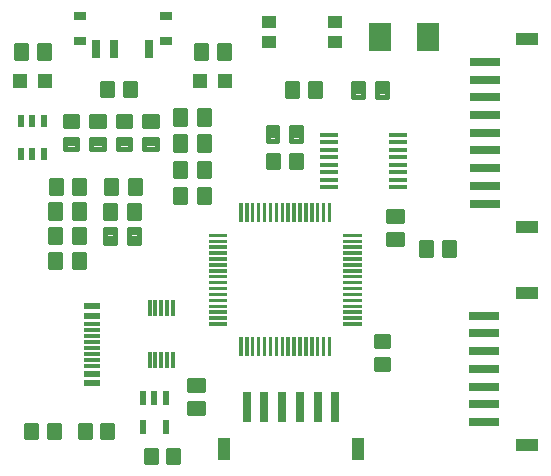
<source format=gtp>
G04 EAGLE Gerber RS-274X export*
G75*
%MOMM*%
%FSLAX34Y34*%
%LPD*%
%INSolderpaste Top*%
%IPPOS*%
%AMOC8*
5,1,8,0,0,1.08239X$1,22.5*%
G01*
%ADD10R,1.500000X0.435000*%
%ADD11R,0.600000X1.200000*%
%ADD12R,1.100000X1.900000*%
%ADD13R,0.700000X2.500000*%
%ADD14R,2.500000X0.700000*%
%ADD15R,1.900000X1.100000*%
%ADD16R,1.200000X1.200000*%
%ADD17C,0.455000*%
%ADD18R,0.700000X1.500000*%
%ADD19R,1.000000X0.800000*%
%ADD20R,0.300000X1.400000*%
%ADD21C,0.070000*%
%ADD22R,1.450000X0.600000*%
%ADD23R,1.450000X0.300000*%
%ADD24R,0.500000X1.000000*%
%ADD25R,1.200000X1.000000*%
%ADD26R,1.900000X2.400000*%


D10*
X336035Y242752D03*
X336035Y249092D03*
X336035Y255452D03*
X336035Y261792D03*
X336035Y268152D03*
X336035Y274492D03*
X336035Y280852D03*
X336035Y287192D03*
X277345Y287192D03*
X277345Y280852D03*
X277345Y274492D03*
X277345Y268152D03*
X277345Y261792D03*
X277345Y255452D03*
X277345Y249092D03*
X277345Y242752D03*
D11*
X138798Y64739D03*
X129298Y64739D03*
X119798Y64739D03*
X119798Y39739D03*
X138798Y39739D03*
D12*
X188086Y21187D03*
X302086Y21187D03*
D13*
X207586Y57187D03*
X222586Y57187D03*
X237586Y57187D03*
X252586Y57187D03*
X267586Y57187D03*
X282586Y57187D03*
D14*
X408720Y104207D03*
D15*
X444721Y153710D03*
X444720Y24707D03*
D14*
X408720Y119207D03*
X408720Y134207D03*
X408720Y89207D03*
X408720Y74207D03*
X408720Y59207D03*
X408720Y44207D03*
X408893Y289135D03*
D15*
X444893Y368635D03*
X444893Y209635D03*
D14*
X408893Y304135D03*
X408893Y319135D03*
X408893Y334135D03*
X408893Y349135D03*
X408893Y274135D03*
X408893Y259135D03*
X408893Y244135D03*
X408893Y229135D03*
D16*
X36765Y332656D03*
X15765Y332656D03*
X168112Y332656D03*
X189112Y332656D03*
D17*
X39990Y363036D02*
X31540Y363036D01*
X39990Y363036D02*
X39990Y352586D01*
X31540Y352586D01*
X31540Y363036D01*
X31540Y356908D02*
X39990Y356908D01*
X39990Y361230D02*
X31540Y361230D01*
X20990Y363036D02*
X12540Y363036D01*
X20990Y363036D02*
X20990Y352586D01*
X12540Y352586D01*
X12540Y363036D01*
X12540Y356908D02*
X20990Y356908D01*
X20990Y361230D02*
X12540Y361230D01*
X164887Y352586D02*
X173337Y352586D01*
X164887Y352586D02*
X164887Y363036D01*
X173337Y363036D01*
X173337Y352586D01*
X173337Y356908D02*
X164887Y356908D01*
X164887Y361230D02*
X173337Y361230D01*
X183887Y352586D02*
X192337Y352586D01*
X183887Y352586D02*
X183887Y363036D01*
X192337Y363036D01*
X192337Y352586D01*
X192337Y356908D02*
X183887Y356908D01*
X183887Y361230D02*
X192337Y361230D01*
X93856Y320655D02*
X85406Y320655D01*
X85406Y331105D01*
X93856Y331105D01*
X93856Y320655D01*
X93856Y324977D02*
X85406Y324977D01*
X85406Y329299D02*
X93856Y329299D01*
X104406Y320655D02*
X112856Y320655D01*
X104406Y320655D02*
X104406Y331105D01*
X112856Y331105D01*
X112856Y320655D01*
X112856Y324977D02*
X104406Y324977D01*
X104406Y329299D02*
X112856Y329299D01*
D18*
X125107Y359741D03*
X95107Y359741D03*
X80107Y359741D03*
D19*
X139107Y366741D03*
X66107Y366741D03*
X139107Y387741D03*
X66107Y387741D03*
D17*
X50026Y237984D02*
X41576Y237984D01*
X41576Y249434D01*
X50026Y249434D01*
X50026Y237984D01*
X50026Y242306D02*
X41576Y242306D01*
X41576Y246628D02*
X50026Y246628D01*
X61576Y237984D02*
X70026Y237984D01*
X61576Y237984D02*
X61576Y249434D01*
X70026Y249434D01*
X70026Y237984D01*
X70026Y242306D02*
X61576Y242306D01*
X61576Y246628D02*
X70026Y246628D01*
X88316Y237811D02*
X96766Y237811D01*
X88316Y237811D02*
X88316Y249261D01*
X96766Y249261D01*
X96766Y237811D01*
X96766Y242133D02*
X88316Y242133D01*
X88316Y246455D02*
X96766Y246455D01*
X108316Y237811D02*
X116766Y237811D01*
X108316Y237811D02*
X108316Y249261D01*
X116766Y249261D01*
X116766Y237811D01*
X116766Y242133D02*
X108316Y242133D01*
X108316Y246455D02*
X116766Y246455D01*
X49646Y217033D02*
X41196Y217033D01*
X41196Y228483D01*
X49646Y228483D01*
X49646Y217033D01*
X49646Y221355D02*
X41196Y221355D01*
X41196Y225677D02*
X49646Y225677D01*
X61196Y217033D02*
X69646Y217033D01*
X61196Y217033D02*
X61196Y228483D01*
X69646Y228483D01*
X69646Y217033D01*
X69646Y221355D02*
X61196Y221355D01*
X61196Y225677D02*
X69646Y225677D01*
X87754Y216860D02*
X96204Y216860D01*
X87754Y216860D02*
X87754Y228310D01*
X96204Y228310D01*
X96204Y216860D01*
X96204Y221182D02*
X87754Y221182D01*
X87754Y225504D02*
X96204Y225504D01*
X107754Y216860D02*
X116204Y216860D01*
X107754Y216860D02*
X107754Y228310D01*
X116204Y228310D01*
X116204Y216860D01*
X116204Y221182D02*
X107754Y221182D01*
X107754Y225504D02*
X116204Y225504D01*
X49773Y196216D02*
X41323Y196216D01*
X41323Y207666D01*
X49773Y207666D01*
X49773Y196216D01*
X49773Y200538D02*
X41323Y200538D01*
X41323Y204860D02*
X49773Y204860D01*
X61323Y196216D02*
X69773Y196216D01*
X61323Y196216D02*
X61323Y207666D01*
X69773Y207666D01*
X69773Y196216D01*
X69773Y200538D02*
X61323Y200538D01*
X61323Y204860D02*
X69773Y204860D01*
X87759Y196044D02*
X96209Y196044D01*
X87759Y196044D02*
X87759Y207494D01*
X96209Y207494D01*
X96209Y196044D01*
X96209Y200366D02*
X87759Y200366D01*
X87759Y204688D02*
X96209Y204688D01*
X107759Y196044D02*
X116209Y196044D01*
X107759Y196044D02*
X107759Y207494D01*
X116209Y207494D01*
X116209Y196044D01*
X116209Y200366D02*
X107759Y200366D01*
X107759Y204688D02*
X116209Y204688D01*
X49773Y175243D02*
X41323Y175243D01*
X41323Y186693D01*
X49773Y186693D01*
X49773Y175243D01*
X49773Y179565D02*
X41323Y179565D01*
X41323Y183887D02*
X49773Y183887D01*
X61323Y175243D02*
X69773Y175243D01*
X61323Y175243D02*
X61323Y186693D01*
X69773Y186693D01*
X69773Y175243D01*
X69773Y179565D02*
X61323Y179565D01*
X61323Y183887D02*
X69773Y183887D01*
X167199Y241609D02*
X175649Y241609D01*
X175649Y230159D01*
X167199Y230159D01*
X167199Y241609D01*
X167199Y234481D02*
X175649Y234481D01*
X175649Y238803D02*
X167199Y238803D01*
X155649Y241609D02*
X147199Y241609D01*
X155649Y241609D02*
X155649Y230159D01*
X147199Y230159D01*
X147199Y241609D01*
X147199Y234481D02*
X155649Y234481D01*
X155649Y238803D02*
X147199Y238803D01*
X167199Y263608D02*
X175649Y263608D01*
X175649Y252158D01*
X167199Y252158D01*
X167199Y263608D01*
X167199Y256480D02*
X175649Y256480D01*
X175649Y260802D02*
X167199Y260802D01*
X155649Y263608D02*
X147199Y263608D01*
X155649Y263608D02*
X155649Y252158D01*
X147199Y252158D01*
X147199Y263608D01*
X147199Y256480D02*
X155649Y256480D01*
X155649Y260802D02*
X147199Y260802D01*
X167199Y286157D02*
X175649Y286157D01*
X175649Y274707D01*
X167199Y274707D01*
X167199Y286157D01*
X167199Y279029D02*
X175649Y279029D01*
X175649Y283351D02*
X167199Y283351D01*
X155649Y286157D02*
X147199Y286157D01*
X155649Y286157D02*
X155649Y274707D01*
X147199Y274707D01*
X147199Y286157D01*
X147199Y279029D02*
X155649Y279029D01*
X155649Y283351D02*
X147199Y283351D01*
X167199Y308124D02*
X175649Y308124D01*
X175649Y296674D01*
X167199Y296674D01*
X167199Y308124D01*
X167199Y300996D02*
X175649Y300996D01*
X175649Y305318D02*
X167199Y305318D01*
X155649Y308124D02*
X147199Y308124D01*
X155649Y308124D02*
X155649Y296674D01*
X147199Y296674D01*
X147199Y308124D01*
X147199Y300996D02*
X155649Y300996D01*
X155649Y305318D02*
X147199Y305318D01*
X170448Y59994D02*
X170448Y51544D01*
X158998Y51544D01*
X158998Y59994D01*
X170448Y59994D01*
X170448Y55866D02*
X158998Y55866D01*
X170448Y71544D02*
X170448Y79994D01*
X170448Y71544D02*
X158998Y71544D01*
X158998Y79994D01*
X170448Y79994D01*
X170448Y75866D02*
X158998Y75866D01*
X241302Y320076D02*
X249752Y320076D01*
X241302Y320076D02*
X241302Y331526D01*
X249752Y331526D01*
X249752Y320076D01*
X249752Y324398D02*
X241302Y324398D01*
X241302Y328720D02*
X249752Y328720D01*
X261302Y320076D02*
X269752Y320076D01*
X261302Y320076D02*
X261302Y331526D01*
X269752Y331526D01*
X269752Y320076D01*
X269752Y324398D02*
X261302Y324398D01*
X261302Y328720D02*
X269752Y328720D01*
X317650Y331225D02*
X326100Y331225D01*
X326100Y319775D01*
X317650Y319775D01*
X317650Y331225D01*
X317650Y324097D02*
X326100Y324097D01*
X326100Y328419D02*
X317650Y328419D01*
X306100Y331225D02*
X297650Y331225D01*
X306100Y331225D02*
X306100Y319775D01*
X297650Y319775D01*
X297650Y331225D01*
X297650Y324097D02*
X306100Y324097D01*
X306100Y328419D02*
X297650Y328419D01*
X253581Y293966D02*
X245131Y293966D01*
X253581Y293966D02*
X253581Y282516D01*
X245131Y282516D01*
X245131Y293966D01*
X245131Y286838D02*
X253581Y286838D01*
X253581Y291160D02*
X245131Y291160D01*
X233581Y293966D02*
X225131Y293966D01*
X233581Y293966D02*
X233581Y282516D01*
X225131Y282516D01*
X225131Y293966D01*
X225131Y286838D02*
X233581Y286838D01*
X233581Y291160D02*
X225131Y291160D01*
X338715Y202948D02*
X338715Y194498D01*
X327265Y194498D01*
X327265Y202948D01*
X338715Y202948D01*
X338715Y198820D02*
X327265Y198820D01*
X338715Y214498D02*
X338715Y222948D01*
X338715Y214498D02*
X327265Y214498D01*
X327265Y222948D01*
X338715Y222948D01*
X338715Y218820D02*
X327265Y218820D01*
X327404Y97611D02*
X327404Y89161D01*
X316954Y89161D01*
X316954Y97611D01*
X327404Y97611D01*
X327404Y93483D02*
X316954Y93483D01*
X327404Y108161D02*
X327404Y116611D01*
X327404Y108161D02*
X316954Y108161D01*
X316954Y116611D01*
X327404Y116611D01*
X327404Y112483D02*
X316954Y112483D01*
X130596Y10350D02*
X122146Y10350D01*
X122146Y20800D01*
X130596Y20800D01*
X130596Y10350D01*
X130596Y14672D02*
X122146Y14672D01*
X122146Y18994D02*
X130596Y18994D01*
X141146Y10350D02*
X149596Y10350D01*
X141146Y10350D02*
X141146Y20800D01*
X149596Y20800D01*
X149596Y10350D01*
X149596Y14672D02*
X141146Y14672D01*
X141146Y18994D02*
X149596Y18994D01*
X225631Y260025D02*
X234081Y260025D01*
X225631Y260025D02*
X225631Y270475D01*
X234081Y270475D01*
X234081Y260025D01*
X234081Y264347D02*
X225631Y264347D01*
X225631Y268669D02*
X234081Y268669D01*
X244631Y260025D02*
X253081Y260025D01*
X244631Y260025D02*
X244631Y270475D01*
X253081Y270475D01*
X253081Y260025D01*
X253081Y264347D02*
X244631Y264347D01*
X244631Y268669D02*
X253081Y268669D01*
X355511Y185786D02*
X363961Y185786D01*
X355511Y185786D02*
X355511Y196236D01*
X363961Y196236D01*
X363961Y185786D01*
X363961Y190108D02*
X355511Y190108D01*
X355511Y194430D02*
X363961Y194430D01*
X374511Y185786D02*
X382961Y185786D01*
X374511Y185786D02*
X374511Y196236D01*
X382961Y196236D01*
X382961Y185786D01*
X382961Y190108D02*
X374511Y190108D01*
X374511Y194430D02*
X382961Y194430D01*
D20*
X145277Y140414D03*
X140277Y140414D03*
X135277Y140414D03*
X130277Y140414D03*
X125277Y140414D03*
X125277Y96414D03*
X130277Y96414D03*
X135277Y96414D03*
X140277Y96414D03*
X145277Y96414D03*
D21*
X203247Y100870D02*
X203247Y115770D01*
X203247Y100870D02*
X201147Y100870D01*
X201147Y115770D01*
X203247Y115770D01*
X203247Y101535D02*
X201147Y101535D01*
X201147Y102200D02*
X203247Y102200D01*
X203247Y102865D02*
X201147Y102865D01*
X201147Y103530D02*
X203247Y103530D01*
X203247Y104195D02*
X201147Y104195D01*
X201147Y104860D02*
X203247Y104860D01*
X203247Y105525D02*
X201147Y105525D01*
X201147Y106190D02*
X203247Y106190D01*
X203247Y106855D02*
X201147Y106855D01*
X201147Y107520D02*
X203247Y107520D01*
X203247Y108185D02*
X201147Y108185D01*
X201147Y108850D02*
X203247Y108850D01*
X203247Y109515D02*
X201147Y109515D01*
X201147Y110180D02*
X203247Y110180D01*
X203247Y110845D02*
X201147Y110845D01*
X201147Y111510D02*
X203247Y111510D01*
X203247Y112175D02*
X201147Y112175D01*
X201147Y112840D02*
X203247Y112840D01*
X203247Y113505D02*
X201147Y113505D01*
X201147Y114170D02*
X203247Y114170D01*
X203247Y114835D02*
X201147Y114835D01*
X201147Y115500D02*
X203247Y115500D01*
X208247Y115770D02*
X208247Y100870D01*
X206147Y100870D01*
X206147Y115770D01*
X208247Y115770D01*
X208247Y101535D02*
X206147Y101535D01*
X206147Y102200D02*
X208247Y102200D01*
X208247Y102865D02*
X206147Y102865D01*
X206147Y103530D02*
X208247Y103530D01*
X208247Y104195D02*
X206147Y104195D01*
X206147Y104860D02*
X208247Y104860D01*
X208247Y105525D02*
X206147Y105525D01*
X206147Y106190D02*
X208247Y106190D01*
X208247Y106855D02*
X206147Y106855D01*
X206147Y107520D02*
X208247Y107520D01*
X208247Y108185D02*
X206147Y108185D01*
X206147Y108850D02*
X208247Y108850D01*
X208247Y109515D02*
X206147Y109515D01*
X206147Y110180D02*
X208247Y110180D01*
X208247Y110845D02*
X206147Y110845D01*
X206147Y111510D02*
X208247Y111510D01*
X208247Y112175D02*
X206147Y112175D01*
X206147Y112840D02*
X208247Y112840D01*
X208247Y113505D02*
X206147Y113505D01*
X206147Y114170D02*
X208247Y114170D01*
X208247Y114835D02*
X206147Y114835D01*
X206147Y115500D02*
X208247Y115500D01*
X213247Y115770D02*
X213247Y100870D01*
X211147Y100870D01*
X211147Y115770D01*
X213247Y115770D01*
X213247Y101535D02*
X211147Y101535D01*
X211147Y102200D02*
X213247Y102200D01*
X213247Y102865D02*
X211147Y102865D01*
X211147Y103530D02*
X213247Y103530D01*
X213247Y104195D02*
X211147Y104195D01*
X211147Y104860D02*
X213247Y104860D01*
X213247Y105525D02*
X211147Y105525D01*
X211147Y106190D02*
X213247Y106190D01*
X213247Y106855D02*
X211147Y106855D01*
X211147Y107520D02*
X213247Y107520D01*
X213247Y108185D02*
X211147Y108185D01*
X211147Y108850D02*
X213247Y108850D01*
X213247Y109515D02*
X211147Y109515D01*
X211147Y110180D02*
X213247Y110180D01*
X213247Y110845D02*
X211147Y110845D01*
X211147Y111510D02*
X213247Y111510D01*
X213247Y112175D02*
X211147Y112175D01*
X211147Y112840D02*
X213247Y112840D01*
X213247Y113505D02*
X211147Y113505D01*
X211147Y114170D02*
X213247Y114170D01*
X213247Y114835D02*
X211147Y114835D01*
X211147Y115500D02*
X213247Y115500D01*
X218247Y115770D02*
X218247Y100870D01*
X216147Y100870D01*
X216147Y115770D01*
X218247Y115770D01*
X218247Y101535D02*
X216147Y101535D01*
X216147Y102200D02*
X218247Y102200D01*
X218247Y102865D02*
X216147Y102865D01*
X216147Y103530D02*
X218247Y103530D01*
X218247Y104195D02*
X216147Y104195D01*
X216147Y104860D02*
X218247Y104860D01*
X218247Y105525D02*
X216147Y105525D01*
X216147Y106190D02*
X218247Y106190D01*
X218247Y106855D02*
X216147Y106855D01*
X216147Y107520D02*
X218247Y107520D01*
X218247Y108185D02*
X216147Y108185D01*
X216147Y108850D02*
X218247Y108850D01*
X218247Y109515D02*
X216147Y109515D01*
X216147Y110180D02*
X218247Y110180D01*
X218247Y110845D02*
X216147Y110845D01*
X216147Y111510D02*
X218247Y111510D01*
X218247Y112175D02*
X216147Y112175D01*
X216147Y112840D02*
X218247Y112840D01*
X218247Y113505D02*
X216147Y113505D01*
X216147Y114170D02*
X218247Y114170D01*
X218247Y114835D02*
X216147Y114835D01*
X216147Y115500D02*
X218247Y115500D01*
X223247Y115770D02*
X223247Y100870D01*
X221147Y100870D01*
X221147Y115770D01*
X223247Y115770D01*
X223247Y101535D02*
X221147Y101535D01*
X221147Y102200D02*
X223247Y102200D01*
X223247Y102865D02*
X221147Y102865D01*
X221147Y103530D02*
X223247Y103530D01*
X223247Y104195D02*
X221147Y104195D01*
X221147Y104860D02*
X223247Y104860D01*
X223247Y105525D02*
X221147Y105525D01*
X221147Y106190D02*
X223247Y106190D01*
X223247Y106855D02*
X221147Y106855D01*
X221147Y107520D02*
X223247Y107520D01*
X223247Y108185D02*
X221147Y108185D01*
X221147Y108850D02*
X223247Y108850D01*
X223247Y109515D02*
X221147Y109515D01*
X221147Y110180D02*
X223247Y110180D01*
X223247Y110845D02*
X221147Y110845D01*
X221147Y111510D02*
X223247Y111510D01*
X223247Y112175D02*
X221147Y112175D01*
X221147Y112840D02*
X223247Y112840D01*
X223247Y113505D02*
X221147Y113505D01*
X221147Y114170D02*
X223247Y114170D01*
X223247Y114835D02*
X221147Y114835D01*
X221147Y115500D02*
X223247Y115500D01*
X228247Y115770D02*
X228247Y100870D01*
X226147Y100870D01*
X226147Y115770D01*
X228247Y115770D01*
X228247Y101535D02*
X226147Y101535D01*
X226147Y102200D02*
X228247Y102200D01*
X228247Y102865D02*
X226147Y102865D01*
X226147Y103530D02*
X228247Y103530D01*
X228247Y104195D02*
X226147Y104195D01*
X226147Y104860D02*
X228247Y104860D01*
X228247Y105525D02*
X226147Y105525D01*
X226147Y106190D02*
X228247Y106190D01*
X228247Y106855D02*
X226147Y106855D01*
X226147Y107520D02*
X228247Y107520D01*
X228247Y108185D02*
X226147Y108185D01*
X226147Y108850D02*
X228247Y108850D01*
X228247Y109515D02*
X226147Y109515D01*
X226147Y110180D02*
X228247Y110180D01*
X228247Y110845D02*
X226147Y110845D01*
X226147Y111510D02*
X228247Y111510D01*
X228247Y112175D02*
X226147Y112175D01*
X226147Y112840D02*
X228247Y112840D01*
X228247Y113505D02*
X226147Y113505D01*
X226147Y114170D02*
X228247Y114170D01*
X228247Y114835D02*
X226147Y114835D01*
X226147Y115500D02*
X228247Y115500D01*
X233247Y115770D02*
X233247Y100870D01*
X231147Y100870D01*
X231147Y115770D01*
X233247Y115770D01*
X233247Y101535D02*
X231147Y101535D01*
X231147Y102200D02*
X233247Y102200D01*
X233247Y102865D02*
X231147Y102865D01*
X231147Y103530D02*
X233247Y103530D01*
X233247Y104195D02*
X231147Y104195D01*
X231147Y104860D02*
X233247Y104860D01*
X233247Y105525D02*
X231147Y105525D01*
X231147Y106190D02*
X233247Y106190D01*
X233247Y106855D02*
X231147Y106855D01*
X231147Y107520D02*
X233247Y107520D01*
X233247Y108185D02*
X231147Y108185D01*
X231147Y108850D02*
X233247Y108850D01*
X233247Y109515D02*
X231147Y109515D01*
X231147Y110180D02*
X233247Y110180D01*
X233247Y110845D02*
X231147Y110845D01*
X231147Y111510D02*
X233247Y111510D01*
X233247Y112175D02*
X231147Y112175D01*
X231147Y112840D02*
X233247Y112840D01*
X233247Y113505D02*
X231147Y113505D01*
X231147Y114170D02*
X233247Y114170D01*
X233247Y114835D02*
X231147Y114835D01*
X231147Y115500D02*
X233247Y115500D01*
X238247Y115770D02*
X238247Y100870D01*
X236147Y100870D01*
X236147Y115770D01*
X238247Y115770D01*
X238247Y101535D02*
X236147Y101535D01*
X236147Y102200D02*
X238247Y102200D01*
X238247Y102865D02*
X236147Y102865D01*
X236147Y103530D02*
X238247Y103530D01*
X238247Y104195D02*
X236147Y104195D01*
X236147Y104860D02*
X238247Y104860D01*
X238247Y105525D02*
X236147Y105525D01*
X236147Y106190D02*
X238247Y106190D01*
X238247Y106855D02*
X236147Y106855D01*
X236147Y107520D02*
X238247Y107520D01*
X238247Y108185D02*
X236147Y108185D01*
X236147Y108850D02*
X238247Y108850D01*
X238247Y109515D02*
X236147Y109515D01*
X236147Y110180D02*
X238247Y110180D01*
X238247Y110845D02*
X236147Y110845D01*
X236147Y111510D02*
X238247Y111510D01*
X238247Y112175D02*
X236147Y112175D01*
X236147Y112840D02*
X238247Y112840D01*
X238247Y113505D02*
X236147Y113505D01*
X236147Y114170D02*
X238247Y114170D01*
X238247Y114835D02*
X236147Y114835D01*
X236147Y115500D02*
X238247Y115500D01*
X243247Y115770D02*
X243247Y100870D01*
X241147Y100870D01*
X241147Y115770D01*
X243247Y115770D01*
X243247Y101535D02*
X241147Y101535D01*
X241147Y102200D02*
X243247Y102200D01*
X243247Y102865D02*
X241147Y102865D01*
X241147Y103530D02*
X243247Y103530D01*
X243247Y104195D02*
X241147Y104195D01*
X241147Y104860D02*
X243247Y104860D01*
X243247Y105525D02*
X241147Y105525D01*
X241147Y106190D02*
X243247Y106190D01*
X243247Y106855D02*
X241147Y106855D01*
X241147Y107520D02*
X243247Y107520D01*
X243247Y108185D02*
X241147Y108185D01*
X241147Y108850D02*
X243247Y108850D01*
X243247Y109515D02*
X241147Y109515D01*
X241147Y110180D02*
X243247Y110180D01*
X243247Y110845D02*
X241147Y110845D01*
X241147Y111510D02*
X243247Y111510D01*
X243247Y112175D02*
X241147Y112175D01*
X241147Y112840D02*
X243247Y112840D01*
X243247Y113505D02*
X241147Y113505D01*
X241147Y114170D02*
X243247Y114170D01*
X243247Y114835D02*
X241147Y114835D01*
X241147Y115500D02*
X243247Y115500D01*
X248247Y115770D02*
X248247Y100870D01*
X246147Y100870D01*
X246147Y115770D01*
X248247Y115770D01*
X248247Y101535D02*
X246147Y101535D01*
X246147Y102200D02*
X248247Y102200D01*
X248247Y102865D02*
X246147Y102865D01*
X246147Y103530D02*
X248247Y103530D01*
X248247Y104195D02*
X246147Y104195D01*
X246147Y104860D02*
X248247Y104860D01*
X248247Y105525D02*
X246147Y105525D01*
X246147Y106190D02*
X248247Y106190D01*
X248247Y106855D02*
X246147Y106855D01*
X246147Y107520D02*
X248247Y107520D01*
X248247Y108185D02*
X246147Y108185D01*
X246147Y108850D02*
X248247Y108850D01*
X248247Y109515D02*
X246147Y109515D01*
X246147Y110180D02*
X248247Y110180D01*
X248247Y110845D02*
X246147Y110845D01*
X246147Y111510D02*
X248247Y111510D01*
X248247Y112175D02*
X246147Y112175D01*
X246147Y112840D02*
X248247Y112840D01*
X248247Y113505D02*
X246147Y113505D01*
X246147Y114170D02*
X248247Y114170D01*
X248247Y114835D02*
X246147Y114835D01*
X246147Y115500D02*
X248247Y115500D01*
X253247Y115770D02*
X253247Y100870D01*
X251147Y100870D01*
X251147Y115770D01*
X253247Y115770D01*
X253247Y101535D02*
X251147Y101535D01*
X251147Y102200D02*
X253247Y102200D01*
X253247Y102865D02*
X251147Y102865D01*
X251147Y103530D02*
X253247Y103530D01*
X253247Y104195D02*
X251147Y104195D01*
X251147Y104860D02*
X253247Y104860D01*
X253247Y105525D02*
X251147Y105525D01*
X251147Y106190D02*
X253247Y106190D01*
X253247Y106855D02*
X251147Y106855D01*
X251147Y107520D02*
X253247Y107520D01*
X253247Y108185D02*
X251147Y108185D01*
X251147Y108850D02*
X253247Y108850D01*
X253247Y109515D02*
X251147Y109515D01*
X251147Y110180D02*
X253247Y110180D01*
X253247Y110845D02*
X251147Y110845D01*
X251147Y111510D02*
X253247Y111510D01*
X253247Y112175D02*
X251147Y112175D01*
X251147Y112840D02*
X253247Y112840D01*
X253247Y113505D02*
X251147Y113505D01*
X251147Y114170D02*
X253247Y114170D01*
X253247Y114835D02*
X251147Y114835D01*
X251147Y115500D02*
X253247Y115500D01*
X258247Y115770D02*
X258247Y100870D01*
X256147Y100870D01*
X256147Y115770D01*
X258247Y115770D01*
X258247Y101535D02*
X256147Y101535D01*
X256147Y102200D02*
X258247Y102200D01*
X258247Y102865D02*
X256147Y102865D01*
X256147Y103530D02*
X258247Y103530D01*
X258247Y104195D02*
X256147Y104195D01*
X256147Y104860D02*
X258247Y104860D01*
X258247Y105525D02*
X256147Y105525D01*
X256147Y106190D02*
X258247Y106190D01*
X258247Y106855D02*
X256147Y106855D01*
X256147Y107520D02*
X258247Y107520D01*
X258247Y108185D02*
X256147Y108185D01*
X256147Y108850D02*
X258247Y108850D01*
X258247Y109515D02*
X256147Y109515D01*
X256147Y110180D02*
X258247Y110180D01*
X258247Y110845D02*
X256147Y110845D01*
X256147Y111510D02*
X258247Y111510D01*
X258247Y112175D02*
X256147Y112175D01*
X256147Y112840D02*
X258247Y112840D01*
X258247Y113505D02*
X256147Y113505D01*
X256147Y114170D02*
X258247Y114170D01*
X258247Y114835D02*
X256147Y114835D01*
X256147Y115500D02*
X258247Y115500D01*
X263247Y115770D02*
X263247Y100870D01*
X261147Y100870D01*
X261147Y115770D01*
X263247Y115770D01*
X263247Y101535D02*
X261147Y101535D01*
X261147Y102200D02*
X263247Y102200D01*
X263247Y102865D02*
X261147Y102865D01*
X261147Y103530D02*
X263247Y103530D01*
X263247Y104195D02*
X261147Y104195D01*
X261147Y104860D02*
X263247Y104860D01*
X263247Y105525D02*
X261147Y105525D01*
X261147Y106190D02*
X263247Y106190D01*
X263247Y106855D02*
X261147Y106855D01*
X261147Y107520D02*
X263247Y107520D01*
X263247Y108185D02*
X261147Y108185D01*
X261147Y108850D02*
X263247Y108850D01*
X263247Y109515D02*
X261147Y109515D01*
X261147Y110180D02*
X263247Y110180D01*
X263247Y110845D02*
X261147Y110845D01*
X261147Y111510D02*
X263247Y111510D01*
X263247Y112175D02*
X261147Y112175D01*
X261147Y112840D02*
X263247Y112840D01*
X263247Y113505D02*
X261147Y113505D01*
X261147Y114170D02*
X263247Y114170D01*
X263247Y114835D02*
X261147Y114835D01*
X261147Y115500D02*
X263247Y115500D01*
X268247Y115770D02*
X268247Y100870D01*
X266147Y100870D01*
X266147Y115770D01*
X268247Y115770D01*
X268247Y101535D02*
X266147Y101535D01*
X266147Y102200D02*
X268247Y102200D01*
X268247Y102865D02*
X266147Y102865D01*
X266147Y103530D02*
X268247Y103530D01*
X268247Y104195D02*
X266147Y104195D01*
X266147Y104860D02*
X268247Y104860D01*
X268247Y105525D02*
X266147Y105525D01*
X266147Y106190D02*
X268247Y106190D01*
X268247Y106855D02*
X266147Y106855D01*
X266147Y107520D02*
X268247Y107520D01*
X268247Y108185D02*
X266147Y108185D01*
X266147Y108850D02*
X268247Y108850D01*
X268247Y109515D02*
X266147Y109515D01*
X266147Y110180D02*
X268247Y110180D01*
X268247Y110845D02*
X266147Y110845D01*
X266147Y111510D02*
X268247Y111510D01*
X268247Y112175D02*
X266147Y112175D01*
X266147Y112840D02*
X268247Y112840D01*
X268247Y113505D02*
X266147Y113505D01*
X266147Y114170D02*
X268247Y114170D01*
X268247Y114835D02*
X266147Y114835D01*
X266147Y115500D02*
X268247Y115500D01*
X273247Y115770D02*
X273247Y100870D01*
X271147Y100870D01*
X271147Y115770D01*
X273247Y115770D01*
X273247Y101535D02*
X271147Y101535D01*
X271147Y102200D02*
X273247Y102200D01*
X273247Y102865D02*
X271147Y102865D01*
X271147Y103530D02*
X273247Y103530D01*
X273247Y104195D02*
X271147Y104195D01*
X271147Y104860D02*
X273247Y104860D01*
X273247Y105525D02*
X271147Y105525D01*
X271147Y106190D02*
X273247Y106190D01*
X273247Y106855D02*
X271147Y106855D01*
X271147Y107520D02*
X273247Y107520D01*
X273247Y108185D02*
X271147Y108185D01*
X271147Y108850D02*
X273247Y108850D01*
X273247Y109515D02*
X271147Y109515D01*
X271147Y110180D02*
X273247Y110180D01*
X273247Y110845D02*
X271147Y110845D01*
X271147Y111510D02*
X273247Y111510D01*
X273247Y112175D02*
X271147Y112175D01*
X271147Y112840D02*
X273247Y112840D01*
X273247Y113505D02*
X271147Y113505D01*
X271147Y114170D02*
X273247Y114170D01*
X273247Y114835D02*
X271147Y114835D01*
X271147Y115500D02*
X273247Y115500D01*
X278247Y115770D02*
X278247Y100870D01*
X276147Y100870D01*
X276147Y115770D01*
X278247Y115770D01*
X278247Y101535D02*
X276147Y101535D01*
X276147Y102200D02*
X278247Y102200D01*
X278247Y102865D02*
X276147Y102865D01*
X276147Y103530D02*
X278247Y103530D01*
X278247Y104195D02*
X276147Y104195D01*
X276147Y104860D02*
X278247Y104860D01*
X278247Y105525D02*
X276147Y105525D01*
X276147Y106190D02*
X278247Y106190D01*
X278247Y106855D02*
X276147Y106855D01*
X276147Y107520D02*
X278247Y107520D01*
X278247Y108185D02*
X276147Y108185D01*
X276147Y108850D02*
X278247Y108850D01*
X278247Y109515D02*
X276147Y109515D01*
X276147Y110180D02*
X278247Y110180D01*
X278247Y110845D02*
X276147Y110845D01*
X276147Y111510D02*
X278247Y111510D01*
X278247Y112175D02*
X276147Y112175D01*
X276147Y112840D02*
X278247Y112840D01*
X278247Y113505D02*
X276147Y113505D01*
X276147Y114170D02*
X278247Y114170D01*
X278247Y114835D02*
X276147Y114835D01*
X276147Y115500D02*
X278247Y115500D01*
X278247Y214470D02*
X278247Y229370D01*
X278247Y214470D02*
X276147Y214470D01*
X276147Y229370D01*
X278247Y229370D01*
X278247Y215135D02*
X276147Y215135D01*
X276147Y215800D02*
X278247Y215800D01*
X278247Y216465D02*
X276147Y216465D01*
X276147Y217130D02*
X278247Y217130D01*
X278247Y217795D02*
X276147Y217795D01*
X276147Y218460D02*
X278247Y218460D01*
X278247Y219125D02*
X276147Y219125D01*
X276147Y219790D02*
X278247Y219790D01*
X278247Y220455D02*
X276147Y220455D01*
X276147Y221120D02*
X278247Y221120D01*
X278247Y221785D02*
X276147Y221785D01*
X276147Y222450D02*
X278247Y222450D01*
X278247Y223115D02*
X276147Y223115D01*
X276147Y223780D02*
X278247Y223780D01*
X278247Y224445D02*
X276147Y224445D01*
X276147Y225110D02*
X278247Y225110D01*
X278247Y225775D02*
X276147Y225775D01*
X276147Y226440D02*
X278247Y226440D01*
X278247Y227105D02*
X276147Y227105D01*
X276147Y227770D02*
X278247Y227770D01*
X278247Y228435D02*
X276147Y228435D01*
X276147Y229100D02*
X278247Y229100D01*
X273247Y229370D02*
X273247Y214470D01*
X271147Y214470D01*
X271147Y229370D01*
X273247Y229370D01*
X273247Y215135D02*
X271147Y215135D01*
X271147Y215800D02*
X273247Y215800D01*
X273247Y216465D02*
X271147Y216465D01*
X271147Y217130D02*
X273247Y217130D01*
X273247Y217795D02*
X271147Y217795D01*
X271147Y218460D02*
X273247Y218460D01*
X273247Y219125D02*
X271147Y219125D01*
X271147Y219790D02*
X273247Y219790D01*
X273247Y220455D02*
X271147Y220455D01*
X271147Y221120D02*
X273247Y221120D01*
X273247Y221785D02*
X271147Y221785D01*
X271147Y222450D02*
X273247Y222450D01*
X273247Y223115D02*
X271147Y223115D01*
X271147Y223780D02*
X273247Y223780D01*
X273247Y224445D02*
X271147Y224445D01*
X271147Y225110D02*
X273247Y225110D01*
X273247Y225775D02*
X271147Y225775D01*
X271147Y226440D02*
X273247Y226440D01*
X273247Y227105D02*
X271147Y227105D01*
X271147Y227770D02*
X273247Y227770D01*
X273247Y228435D02*
X271147Y228435D01*
X271147Y229100D02*
X273247Y229100D01*
X268247Y229370D02*
X268247Y214470D01*
X266147Y214470D01*
X266147Y229370D01*
X268247Y229370D01*
X268247Y215135D02*
X266147Y215135D01*
X266147Y215800D02*
X268247Y215800D01*
X268247Y216465D02*
X266147Y216465D01*
X266147Y217130D02*
X268247Y217130D01*
X268247Y217795D02*
X266147Y217795D01*
X266147Y218460D02*
X268247Y218460D01*
X268247Y219125D02*
X266147Y219125D01*
X266147Y219790D02*
X268247Y219790D01*
X268247Y220455D02*
X266147Y220455D01*
X266147Y221120D02*
X268247Y221120D01*
X268247Y221785D02*
X266147Y221785D01*
X266147Y222450D02*
X268247Y222450D01*
X268247Y223115D02*
X266147Y223115D01*
X266147Y223780D02*
X268247Y223780D01*
X268247Y224445D02*
X266147Y224445D01*
X266147Y225110D02*
X268247Y225110D01*
X268247Y225775D02*
X266147Y225775D01*
X266147Y226440D02*
X268247Y226440D01*
X268247Y227105D02*
X266147Y227105D01*
X266147Y227770D02*
X268247Y227770D01*
X268247Y228435D02*
X266147Y228435D01*
X266147Y229100D02*
X268247Y229100D01*
X263247Y229370D02*
X263247Y214470D01*
X261147Y214470D01*
X261147Y229370D01*
X263247Y229370D01*
X263247Y215135D02*
X261147Y215135D01*
X261147Y215800D02*
X263247Y215800D01*
X263247Y216465D02*
X261147Y216465D01*
X261147Y217130D02*
X263247Y217130D01*
X263247Y217795D02*
X261147Y217795D01*
X261147Y218460D02*
X263247Y218460D01*
X263247Y219125D02*
X261147Y219125D01*
X261147Y219790D02*
X263247Y219790D01*
X263247Y220455D02*
X261147Y220455D01*
X261147Y221120D02*
X263247Y221120D01*
X263247Y221785D02*
X261147Y221785D01*
X261147Y222450D02*
X263247Y222450D01*
X263247Y223115D02*
X261147Y223115D01*
X261147Y223780D02*
X263247Y223780D01*
X263247Y224445D02*
X261147Y224445D01*
X261147Y225110D02*
X263247Y225110D01*
X263247Y225775D02*
X261147Y225775D01*
X261147Y226440D02*
X263247Y226440D01*
X263247Y227105D02*
X261147Y227105D01*
X261147Y227770D02*
X263247Y227770D01*
X263247Y228435D02*
X261147Y228435D01*
X261147Y229100D02*
X263247Y229100D01*
X258247Y229370D02*
X258247Y214470D01*
X256147Y214470D01*
X256147Y229370D01*
X258247Y229370D01*
X258247Y215135D02*
X256147Y215135D01*
X256147Y215800D02*
X258247Y215800D01*
X258247Y216465D02*
X256147Y216465D01*
X256147Y217130D02*
X258247Y217130D01*
X258247Y217795D02*
X256147Y217795D01*
X256147Y218460D02*
X258247Y218460D01*
X258247Y219125D02*
X256147Y219125D01*
X256147Y219790D02*
X258247Y219790D01*
X258247Y220455D02*
X256147Y220455D01*
X256147Y221120D02*
X258247Y221120D01*
X258247Y221785D02*
X256147Y221785D01*
X256147Y222450D02*
X258247Y222450D01*
X258247Y223115D02*
X256147Y223115D01*
X256147Y223780D02*
X258247Y223780D01*
X258247Y224445D02*
X256147Y224445D01*
X256147Y225110D02*
X258247Y225110D01*
X258247Y225775D02*
X256147Y225775D01*
X256147Y226440D02*
X258247Y226440D01*
X258247Y227105D02*
X256147Y227105D01*
X256147Y227770D02*
X258247Y227770D01*
X258247Y228435D02*
X256147Y228435D01*
X256147Y229100D02*
X258247Y229100D01*
X253247Y229370D02*
X253247Y214470D01*
X251147Y214470D01*
X251147Y229370D01*
X253247Y229370D01*
X253247Y215135D02*
X251147Y215135D01*
X251147Y215800D02*
X253247Y215800D01*
X253247Y216465D02*
X251147Y216465D01*
X251147Y217130D02*
X253247Y217130D01*
X253247Y217795D02*
X251147Y217795D01*
X251147Y218460D02*
X253247Y218460D01*
X253247Y219125D02*
X251147Y219125D01*
X251147Y219790D02*
X253247Y219790D01*
X253247Y220455D02*
X251147Y220455D01*
X251147Y221120D02*
X253247Y221120D01*
X253247Y221785D02*
X251147Y221785D01*
X251147Y222450D02*
X253247Y222450D01*
X253247Y223115D02*
X251147Y223115D01*
X251147Y223780D02*
X253247Y223780D01*
X253247Y224445D02*
X251147Y224445D01*
X251147Y225110D02*
X253247Y225110D01*
X253247Y225775D02*
X251147Y225775D01*
X251147Y226440D02*
X253247Y226440D01*
X253247Y227105D02*
X251147Y227105D01*
X251147Y227770D02*
X253247Y227770D01*
X253247Y228435D02*
X251147Y228435D01*
X251147Y229100D02*
X253247Y229100D01*
X248247Y229370D02*
X248247Y214470D01*
X246147Y214470D01*
X246147Y229370D01*
X248247Y229370D01*
X248247Y215135D02*
X246147Y215135D01*
X246147Y215800D02*
X248247Y215800D01*
X248247Y216465D02*
X246147Y216465D01*
X246147Y217130D02*
X248247Y217130D01*
X248247Y217795D02*
X246147Y217795D01*
X246147Y218460D02*
X248247Y218460D01*
X248247Y219125D02*
X246147Y219125D01*
X246147Y219790D02*
X248247Y219790D01*
X248247Y220455D02*
X246147Y220455D01*
X246147Y221120D02*
X248247Y221120D01*
X248247Y221785D02*
X246147Y221785D01*
X246147Y222450D02*
X248247Y222450D01*
X248247Y223115D02*
X246147Y223115D01*
X246147Y223780D02*
X248247Y223780D01*
X248247Y224445D02*
X246147Y224445D01*
X246147Y225110D02*
X248247Y225110D01*
X248247Y225775D02*
X246147Y225775D01*
X246147Y226440D02*
X248247Y226440D01*
X248247Y227105D02*
X246147Y227105D01*
X246147Y227770D02*
X248247Y227770D01*
X248247Y228435D02*
X246147Y228435D01*
X246147Y229100D02*
X248247Y229100D01*
X243247Y229370D02*
X243247Y214470D01*
X241147Y214470D01*
X241147Y229370D01*
X243247Y229370D01*
X243247Y215135D02*
X241147Y215135D01*
X241147Y215800D02*
X243247Y215800D01*
X243247Y216465D02*
X241147Y216465D01*
X241147Y217130D02*
X243247Y217130D01*
X243247Y217795D02*
X241147Y217795D01*
X241147Y218460D02*
X243247Y218460D01*
X243247Y219125D02*
X241147Y219125D01*
X241147Y219790D02*
X243247Y219790D01*
X243247Y220455D02*
X241147Y220455D01*
X241147Y221120D02*
X243247Y221120D01*
X243247Y221785D02*
X241147Y221785D01*
X241147Y222450D02*
X243247Y222450D01*
X243247Y223115D02*
X241147Y223115D01*
X241147Y223780D02*
X243247Y223780D01*
X243247Y224445D02*
X241147Y224445D01*
X241147Y225110D02*
X243247Y225110D01*
X243247Y225775D02*
X241147Y225775D01*
X241147Y226440D02*
X243247Y226440D01*
X243247Y227105D02*
X241147Y227105D01*
X241147Y227770D02*
X243247Y227770D01*
X243247Y228435D02*
X241147Y228435D01*
X241147Y229100D02*
X243247Y229100D01*
X238247Y229370D02*
X238247Y214470D01*
X236147Y214470D01*
X236147Y229370D01*
X238247Y229370D01*
X238247Y215135D02*
X236147Y215135D01*
X236147Y215800D02*
X238247Y215800D01*
X238247Y216465D02*
X236147Y216465D01*
X236147Y217130D02*
X238247Y217130D01*
X238247Y217795D02*
X236147Y217795D01*
X236147Y218460D02*
X238247Y218460D01*
X238247Y219125D02*
X236147Y219125D01*
X236147Y219790D02*
X238247Y219790D01*
X238247Y220455D02*
X236147Y220455D01*
X236147Y221120D02*
X238247Y221120D01*
X238247Y221785D02*
X236147Y221785D01*
X236147Y222450D02*
X238247Y222450D01*
X238247Y223115D02*
X236147Y223115D01*
X236147Y223780D02*
X238247Y223780D01*
X238247Y224445D02*
X236147Y224445D01*
X236147Y225110D02*
X238247Y225110D01*
X238247Y225775D02*
X236147Y225775D01*
X236147Y226440D02*
X238247Y226440D01*
X238247Y227105D02*
X236147Y227105D01*
X236147Y227770D02*
X238247Y227770D01*
X238247Y228435D02*
X236147Y228435D01*
X236147Y229100D02*
X238247Y229100D01*
X233247Y229370D02*
X233247Y214470D01*
X231147Y214470D01*
X231147Y229370D01*
X233247Y229370D01*
X233247Y215135D02*
X231147Y215135D01*
X231147Y215800D02*
X233247Y215800D01*
X233247Y216465D02*
X231147Y216465D01*
X231147Y217130D02*
X233247Y217130D01*
X233247Y217795D02*
X231147Y217795D01*
X231147Y218460D02*
X233247Y218460D01*
X233247Y219125D02*
X231147Y219125D01*
X231147Y219790D02*
X233247Y219790D01*
X233247Y220455D02*
X231147Y220455D01*
X231147Y221120D02*
X233247Y221120D01*
X233247Y221785D02*
X231147Y221785D01*
X231147Y222450D02*
X233247Y222450D01*
X233247Y223115D02*
X231147Y223115D01*
X231147Y223780D02*
X233247Y223780D01*
X233247Y224445D02*
X231147Y224445D01*
X231147Y225110D02*
X233247Y225110D01*
X233247Y225775D02*
X231147Y225775D01*
X231147Y226440D02*
X233247Y226440D01*
X233247Y227105D02*
X231147Y227105D01*
X231147Y227770D02*
X233247Y227770D01*
X233247Y228435D02*
X231147Y228435D01*
X231147Y229100D02*
X233247Y229100D01*
X228247Y229370D02*
X228247Y214470D01*
X226147Y214470D01*
X226147Y229370D01*
X228247Y229370D01*
X228247Y215135D02*
X226147Y215135D01*
X226147Y215800D02*
X228247Y215800D01*
X228247Y216465D02*
X226147Y216465D01*
X226147Y217130D02*
X228247Y217130D01*
X228247Y217795D02*
X226147Y217795D01*
X226147Y218460D02*
X228247Y218460D01*
X228247Y219125D02*
X226147Y219125D01*
X226147Y219790D02*
X228247Y219790D01*
X228247Y220455D02*
X226147Y220455D01*
X226147Y221120D02*
X228247Y221120D01*
X228247Y221785D02*
X226147Y221785D01*
X226147Y222450D02*
X228247Y222450D01*
X228247Y223115D02*
X226147Y223115D01*
X226147Y223780D02*
X228247Y223780D01*
X228247Y224445D02*
X226147Y224445D01*
X226147Y225110D02*
X228247Y225110D01*
X228247Y225775D02*
X226147Y225775D01*
X226147Y226440D02*
X228247Y226440D01*
X228247Y227105D02*
X226147Y227105D01*
X226147Y227770D02*
X228247Y227770D01*
X228247Y228435D02*
X226147Y228435D01*
X226147Y229100D02*
X228247Y229100D01*
X223247Y229370D02*
X223247Y214470D01*
X221147Y214470D01*
X221147Y229370D01*
X223247Y229370D01*
X223247Y215135D02*
X221147Y215135D01*
X221147Y215800D02*
X223247Y215800D01*
X223247Y216465D02*
X221147Y216465D01*
X221147Y217130D02*
X223247Y217130D01*
X223247Y217795D02*
X221147Y217795D01*
X221147Y218460D02*
X223247Y218460D01*
X223247Y219125D02*
X221147Y219125D01*
X221147Y219790D02*
X223247Y219790D01*
X223247Y220455D02*
X221147Y220455D01*
X221147Y221120D02*
X223247Y221120D01*
X223247Y221785D02*
X221147Y221785D01*
X221147Y222450D02*
X223247Y222450D01*
X223247Y223115D02*
X221147Y223115D01*
X221147Y223780D02*
X223247Y223780D01*
X223247Y224445D02*
X221147Y224445D01*
X221147Y225110D02*
X223247Y225110D01*
X223247Y225775D02*
X221147Y225775D01*
X221147Y226440D02*
X223247Y226440D01*
X223247Y227105D02*
X221147Y227105D01*
X221147Y227770D02*
X223247Y227770D01*
X223247Y228435D02*
X221147Y228435D01*
X221147Y229100D02*
X223247Y229100D01*
X218247Y229370D02*
X218247Y214470D01*
X216147Y214470D01*
X216147Y229370D01*
X218247Y229370D01*
X218247Y215135D02*
X216147Y215135D01*
X216147Y215800D02*
X218247Y215800D01*
X218247Y216465D02*
X216147Y216465D01*
X216147Y217130D02*
X218247Y217130D01*
X218247Y217795D02*
X216147Y217795D01*
X216147Y218460D02*
X218247Y218460D01*
X218247Y219125D02*
X216147Y219125D01*
X216147Y219790D02*
X218247Y219790D01*
X218247Y220455D02*
X216147Y220455D01*
X216147Y221120D02*
X218247Y221120D01*
X218247Y221785D02*
X216147Y221785D01*
X216147Y222450D02*
X218247Y222450D01*
X218247Y223115D02*
X216147Y223115D01*
X216147Y223780D02*
X218247Y223780D01*
X218247Y224445D02*
X216147Y224445D01*
X216147Y225110D02*
X218247Y225110D01*
X218247Y225775D02*
X216147Y225775D01*
X216147Y226440D02*
X218247Y226440D01*
X218247Y227105D02*
X216147Y227105D01*
X216147Y227770D02*
X218247Y227770D01*
X218247Y228435D02*
X216147Y228435D01*
X216147Y229100D02*
X218247Y229100D01*
X213247Y229370D02*
X213247Y214470D01*
X211147Y214470D01*
X211147Y229370D01*
X213247Y229370D01*
X213247Y215135D02*
X211147Y215135D01*
X211147Y215800D02*
X213247Y215800D01*
X213247Y216465D02*
X211147Y216465D01*
X211147Y217130D02*
X213247Y217130D01*
X213247Y217795D02*
X211147Y217795D01*
X211147Y218460D02*
X213247Y218460D01*
X213247Y219125D02*
X211147Y219125D01*
X211147Y219790D02*
X213247Y219790D01*
X213247Y220455D02*
X211147Y220455D01*
X211147Y221120D02*
X213247Y221120D01*
X213247Y221785D02*
X211147Y221785D01*
X211147Y222450D02*
X213247Y222450D01*
X213247Y223115D02*
X211147Y223115D01*
X211147Y223780D02*
X213247Y223780D01*
X213247Y224445D02*
X211147Y224445D01*
X211147Y225110D02*
X213247Y225110D01*
X213247Y225775D02*
X211147Y225775D01*
X211147Y226440D02*
X213247Y226440D01*
X213247Y227105D02*
X211147Y227105D01*
X211147Y227770D02*
X213247Y227770D01*
X213247Y228435D02*
X211147Y228435D01*
X211147Y229100D02*
X213247Y229100D01*
X208247Y229370D02*
X208247Y214470D01*
X206147Y214470D01*
X206147Y229370D01*
X208247Y229370D01*
X208247Y215135D02*
X206147Y215135D01*
X206147Y215800D02*
X208247Y215800D01*
X208247Y216465D02*
X206147Y216465D01*
X206147Y217130D02*
X208247Y217130D01*
X208247Y217795D02*
X206147Y217795D01*
X206147Y218460D02*
X208247Y218460D01*
X208247Y219125D02*
X206147Y219125D01*
X206147Y219790D02*
X208247Y219790D01*
X208247Y220455D02*
X206147Y220455D01*
X206147Y221120D02*
X208247Y221120D01*
X208247Y221785D02*
X206147Y221785D01*
X206147Y222450D02*
X208247Y222450D01*
X208247Y223115D02*
X206147Y223115D01*
X206147Y223780D02*
X208247Y223780D01*
X208247Y224445D02*
X206147Y224445D01*
X206147Y225110D02*
X208247Y225110D01*
X208247Y225775D02*
X206147Y225775D01*
X206147Y226440D02*
X208247Y226440D01*
X208247Y227105D02*
X206147Y227105D01*
X206147Y227770D02*
X208247Y227770D01*
X208247Y228435D02*
X206147Y228435D01*
X206147Y229100D02*
X208247Y229100D01*
X203247Y229370D02*
X203247Y214470D01*
X201147Y214470D01*
X201147Y229370D01*
X203247Y229370D01*
X203247Y215135D02*
X201147Y215135D01*
X201147Y215800D02*
X203247Y215800D01*
X203247Y216465D02*
X201147Y216465D01*
X201147Y217130D02*
X203247Y217130D01*
X203247Y217795D02*
X201147Y217795D01*
X201147Y218460D02*
X203247Y218460D01*
X203247Y219125D02*
X201147Y219125D01*
X201147Y219790D02*
X203247Y219790D01*
X203247Y220455D02*
X201147Y220455D01*
X201147Y221120D02*
X203247Y221120D01*
X203247Y221785D02*
X201147Y221785D01*
X201147Y222450D02*
X203247Y222450D01*
X203247Y223115D02*
X201147Y223115D01*
X201147Y223780D02*
X203247Y223780D01*
X203247Y224445D02*
X201147Y224445D01*
X201147Y225110D02*
X203247Y225110D01*
X203247Y225775D02*
X201147Y225775D01*
X201147Y226440D02*
X203247Y226440D01*
X203247Y227105D02*
X201147Y227105D01*
X201147Y227770D02*
X203247Y227770D01*
X203247Y228435D02*
X201147Y228435D01*
X201147Y229100D02*
X203247Y229100D01*
X190347Y201570D02*
X175447Y201570D01*
X175447Y203670D01*
X190347Y203670D01*
X190347Y201570D01*
X190347Y202235D02*
X175447Y202235D01*
X175447Y202900D02*
X190347Y202900D01*
X190347Y203565D02*
X175447Y203565D01*
X175447Y196570D02*
X190347Y196570D01*
X175447Y196570D02*
X175447Y198670D01*
X190347Y198670D01*
X190347Y196570D01*
X190347Y197235D02*
X175447Y197235D01*
X175447Y197900D02*
X190347Y197900D01*
X190347Y198565D02*
X175447Y198565D01*
X175447Y191570D02*
X190347Y191570D01*
X175447Y191570D02*
X175447Y193670D01*
X190347Y193670D01*
X190347Y191570D01*
X190347Y192235D02*
X175447Y192235D01*
X175447Y192900D02*
X190347Y192900D01*
X190347Y193565D02*
X175447Y193565D01*
X175447Y186570D02*
X190347Y186570D01*
X175447Y186570D02*
X175447Y188670D01*
X190347Y188670D01*
X190347Y186570D01*
X190347Y187235D02*
X175447Y187235D01*
X175447Y187900D02*
X190347Y187900D01*
X190347Y188565D02*
X175447Y188565D01*
X175447Y181570D02*
X190347Y181570D01*
X175447Y181570D02*
X175447Y183670D01*
X190347Y183670D01*
X190347Y181570D01*
X190347Y182235D02*
X175447Y182235D01*
X175447Y182900D02*
X190347Y182900D01*
X190347Y183565D02*
X175447Y183565D01*
X175447Y176570D02*
X190347Y176570D01*
X175447Y176570D02*
X175447Y178670D01*
X190347Y178670D01*
X190347Y176570D01*
X190347Y177235D02*
X175447Y177235D01*
X175447Y177900D02*
X190347Y177900D01*
X190347Y178565D02*
X175447Y178565D01*
X175447Y171570D02*
X190347Y171570D01*
X175447Y171570D02*
X175447Y173670D01*
X190347Y173670D01*
X190347Y171570D01*
X190347Y172235D02*
X175447Y172235D01*
X175447Y172900D02*
X190347Y172900D01*
X190347Y173565D02*
X175447Y173565D01*
X175447Y166570D02*
X190347Y166570D01*
X175447Y166570D02*
X175447Y168670D01*
X190347Y168670D01*
X190347Y166570D01*
X190347Y167235D02*
X175447Y167235D01*
X175447Y167900D02*
X190347Y167900D01*
X190347Y168565D02*
X175447Y168565D01*
X175447Y161570D02*
X190347Y161570D01*
X175447Y161570D02*
X175447Y163670D01*
X190347Y163670D01*
X190347Y161570D01*
X190347Y162235D02*
X175447Y162235D01*
X175447Y162900D02*
X190347Y162900D01*
X190347Y163565D02*
X175447Y163565D01*
X175447Y156570D02*
X190347Y156570D01*
X175447Y156570D02*
X175447Y158670D01*
X190347Y158670D01*
X190347Y156570D01*
X190347Y157235D02*
X175447Y157235D01*
X175447Y157900D02*
X190347Y157900D01*
X190347Y158565D02*
X175447Y158565D01*
X175447Y151570D02*
X190347Y151570D01*
X175447Y151570D02*
X175447Y153670D01*
X190347Y153670D01*
X190347Y151570D01*
X190347Y152235D02*
X175447Y152235D01*
X175447Y152900D02*
X190347Y152900D01*
X190347Y153565D02*
X175447Y153565D01*
X175447Y146570D02*
X190347Y146570D01*
X175447Y146570D02*
X175447Y148670D01*
X190347Y148670D01*
X190347Y146570D01*
X190347Y147235D02*
X175447Y147235D01*
X175447Y147900D02*
X190347Y147900D01*
X190347Y148565D02*
X175447Y148565D01*
X175447Y141570D02*
X190347Y141570D01*
X175447Y141570D02*
X175447Y143670D01*
X190347Y143670D01*
X190347Y141570D01*
X190347Y142235D02*
X175447Y142235D01*
X175447Y142900D02*
X190347Y142900D01*
X190347Y143565D02*
X175447Y143565D01*
X175447Y136570D02*
X190347Y136570D01*
X175447Y136570D02*
X175447Y138670D01*
X190347Y138670D01*
X190347Y136570D01*
X190347Y137235D02*
X175447Y137235D01*
X175447Y137900D02*
X190347Y137900D01*
X190347Y138565D02*
X175447Y138565D01*
X175447Y131570D02*
X190347Y131570D01*
X175447Y131570D02*
X175447Y133670D01*
X190347Y133670D01*
X190347Y131570D01*
X190347Y132235D02*
X175447Y132235D01*
X175447Y132900D02*
X190347Y132900D01*
X190347Y133565D02*
X175447Y133565D01*
X175447Y126570D02*
X190347Y126570D01*
X175447Y126570D02*
X175447Y128670D01*
X190347Y128670D01*
X190347Y126570D01*
X190347Y127235D02*
X175447Y127235D01*
X175447Y127900D02*
X190347Y127900D01*
X190347Y128565D02*
X175447Y128565D01*
X289047Y126570D02*
X303947Y126570D01*
X289047Y126570D02*
X289047Y128670D01*
X303947Y128670D01*
X303947Y126570D01*
X303947Y127235D02*
X289047Y127235D01*
X289047Y127900D02*
X303947Y127900D01*
X303947Y128565D02*
X289047Y128565D01*
X289047Y131570D02*
X303947Y131570D01*
X289047Y131570D02*
X289047Y133670D01*
X303947Y133670D01*
X303947Y131570D01*
X303947Y132235D02*
X289047Y132235D01*
X289047Y132900D02*
X303947Y132900D01*
X303947Y133565D02*
X289047Y133565D01*
X289047Y136570D02*
X303947Y136570D01*
X289047Y136570D02*
X289047Y138670D01*
X303947Y138670D01*
X303947Y136570D01*
X303947Y137235D02*
X289047Y137235D01*
X289047Y137900D02*
X303947Y137900D01*
X303947Y138565D02*
X289047Y138565D01*
X289047Y141570D02*
X303947Y141570D01*
X289047Y141570D02*
X289047Y143670D01*
X303947Y143670D01*
X303947Y141570D01*
X303947Y142235D02*
X289047Y142235D01*
X289047Y142900D02*
X303947Y142900D01*
X303947Y143565D02*
X289047Y143565D01*
X289047Y146570D02*
X303947Y146570D01*
X289047Y146570D02*
X289047Y148670D01*
X303947Y148670D01*
X303947Y146570D01*
X303947Y147235D02*
X289047Y147235D01*
X289047Y147900D02*
X303947Y147900D01*
X303947Y148565D02*
X289047Y148565D01*
X289047Y151570D02*
X303947Y151570D01*
X289047Y151570D02*
X289047Y153670D01*
X303947Y153670D01*
X303947Y151570D01*
X303947Y152235D02*
X289047Y152235D01*
X289047Y152900D02*
X303947Y152900D01*
X303947Y153565D02*
X289047Y153565D01*
X289047Y156570D02*
X303947Y156570D01*
X289047Y156570D02*
X289047Y158670D01*
X303947Y158670D01*
X303947Y156570D01*
X303947Y157235D02*
X289047Y157235D01*
X289047Y157900D02*
X303947Y157900D01*
X303947Y158565D02*
X289047Y158565D01*
X289047Y161570D02*
X303947Y161570D01*
X289047Y161570D02*
X289047Y163670D01*
X303947Y163670D01*
X303947Y161570D01*
X303947Y162235D02*
X289047Y162235D01*
X289047Y162900D02*
X303947Y162900D01*
X303947Y163565D02*
X289047Y163565D01*
X289047Y166570D02*
X303947Y166570D01*
X289047Y166570D02*
X289047Y168670D01*
X303947Y168670D01*
X303947Y166570D01*
X303947Y167235D02*
X289047Y167235D01*
X289047Y167900D02*
X303947Y167900D01*
X303947Y168565D02*
X289047Y168565D01*
X289047Y171570D02*
X303947Y171570D01*
X289047Y171570D02*
X289047Y173670D01*
X303947Y173670D01*
X303947Y171570D01*
X303947Y172235D02*
X289047Y172235D01*
X289047Y172900D02*
X303947Y172900D01*
X303947Y173565D02*
X289047Y173565D01*
X289047Y176570D02*
X303947Y176570D01*
X289047Y176570D02*
X289047Y178670D01*
X303947Y178670D01*
X303947Y176570D01*
X303947Y177235D02*
X289047Y177235D01*
X289047Y177900D02*
X303947Y177900D01*
X303947Y178565D02*
X289047Y178565D01*
X289047Y181570D02*
X303947Y181570D01*
X289047Y181570D02*
X289047Y183670D01*
X303947Y183670D01*
X303947Y181570D01*
X303947Y182235D02*
X289047Y182235D01*
X289047Y182900D02*
X303947Y182900D01*
X303947Y183565D02*
X289047Y183565D01*
X289047Y186570D02*
X303947Y186570D01*
X289047Y186570D02*
X289047Y188670D01*
X303947Y188670D01*
X303947Y186570D01*
X303947Y187235D02*
X289047Y187235D01*
X289047Y187900D02*
X303947Y187900D01*
X303947Y188565D02*
X289047Y188565D01*
X289047Y191570D02*
X303947Y191570D01*
X289047Y191570D02*
X289047Y193670D01*
X303947Y193670D01*
X303947Y191570D01*
X303947Y192235D02*
X289047Y192235D01*
X289047Y192900D02*
X303947Y192900D01*
X303947Y193565D02*
X289047Y193565D01*
X289047Y196570D02*
X303947Y196570D01*
X289047Y196570D02*
X289047Y198670D01*
X303947Y198670D01*
X303947Y196570D01*
X303947Y197235D02*
X289047Y197235D01*
X289047Y197900D02*
X303947Y197900D01*
X303947Y198565D02*
X289047Y198565D01*
X289047Y201570D02*
X303947Y201570D01*
X289047Y201570D02*
X289047Y203670D01*
X303947Y203670D01*
X303947Y201570D01*
X303947Y202235D02*
X289047Y202235D01*
X289047Y202900D02*
X303947Y202900D01*
X303947Y203565D02*
X289047Y203565D01*
D22*
X76450Y142000D03*
X76450Y134000D03*
D23*
X76450Y112000D03*
X76450Y117000D03*
X76450Y122000D03*
X76450Y127000D03*
X76450Y107000D03*
X76450Y102000D03*
X76450Y97000D03*
X76450Y92000D03*
D22*
X76450Y85000D03*
X76450Y77000D03*
D17*
X29461Y31286D02*
X21011Y31286D01*
X21011Y41736D01*
X29461Y41736D01*
X29461Y31286D01*
X29461Y35608D02*
X21011Y35608D01*
X21011Y39930D02*
X29461Y39930D01*
X40011Y31286D02*
X48461Y31286D01*
X40011Y31286D02*
X40011Y41736D01*
X48461Y41736D01*
X48461Y31286D01*
X48461Y35608D02*
X40011Y35608D01*
X40011Y39930D02*
X48461Y39930D01*
X66011Y31286D02*
X74461Y31286D01*
X66011Y31286D02*
X66011Y41736D01*
X74461Y41736D01*
X74461Y31286D01*
X74461Y35608D02*
X66011Y35608D01*
X66011Y39930D02*
X74461Y39930D01*
X85011Y31286D02*
X93461Y31286D01*
X85011Y31286D02*
X85011Y41736D01*
X93461Y41736D01*
X93461Y31286D01*
X93461Y35608D02*
X85011Y35608D01*
X85011Y39930D02*
X93461Y39930D01*
D24*
X16500Y299000D03*
X35500Y299000D03*
X16500Y271000D03*
X35500Y271000D03*
X26000Y299000D03*
X26000Y271000D03*
D17*
X63814Y275711D02*
X63814Y284161D01*
X63814Y275711D02*
X53364Y275711D01*
X53364Y284161D01*
X63814Y284161D01*
X63814Y280033D02*
X53364Y280033D01*
X63814Y294711D02*
X63814Y303161D01*
X63814Y294711D02*
X53364Y294711D01*
X53364Y303161D01*
X63814Y303161D01*
X63814Y299033D02*
X53364Y299033D01*
X86414Y284161D02*
X86414Y275711D01*
X75964Y275711D01*
X75964Y284161D01*
X86414Y284161D01*
X86414Y280033D02*
X75964Y280033D01*
X86414Y294711D02*
X86414Y303161D01*
X86414Y294711D02*
X75964Y294711D01*
X75964Y303161D01*
X86414Y303161D01*
X86414Y299033D02*
X75964Y299033D01*
X108614Y284161D02*
X108614Y275711D01*
X98164Y275711D01*
X98164Y284161D01*
X108614Y284161D01*
X108614Y280033D02*
X98164Y280033D01*
X108614Y294711D02*
X108614Y303161D01*
X108614Y294711D02*
X98164Y294711D01*
X98164Y303161D01*
X108614Y303161D01*
X108614Y299033D02*
X98164Y299033D01*
X131214Y284161D02*
X131214Y275711D01*
X120764Y275711D01*
X120764Y284161D01*
X131214Y284161D01*
X131214Y280033D02*
X120764Y280033D01*
X131214Y294711D02*
X131214Y303161D01*
X131214Y294711D02*
X120764Y294711D01*
X120764Y303161D01*
X131214Y303161D01*
X131214Y299033D02*
X120764Y299033D01*
D25*
X226400Y366100D03*
X226400Y383100D03*
X282400Y383100D03*
X282400Y366100D03*
D26*
X320300Y370400D03*
X361300Y370400D03*
M02*

</source>
